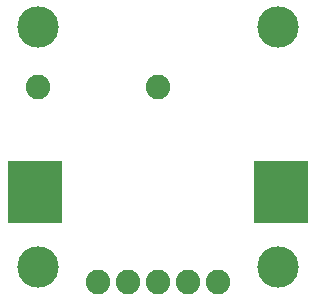
<source format=gbr>
G04 EAGLE Gerber RS-274X export*
G75*
%MOMM*%
%FSLAX34Y34*%
%LPD*%
%INSoldermask Bottom*%
%IPPOS*%
%AMOC8*
5,1,8,0,0,1.08239X$1,22.5*%
G01*
%ADD10R,4.572000X5.334000*%
%ADD11C,2.082800*%
%ADD12C,3.505200*%


D10*
X22860Y88900D03*
X231140Y88900D03*
D11*
X101600Y12700D03*
X127000Y12700D03*
X177800Y12700D03*
X76200Y12700D03*
X152400Y12700D03*
D12*
X25400Y228600D03*
X228600Y228600D03*
X228600Y25400D03*
X25400Y25400D03*
D11*
X25400Y101600D03*
X228600Y101600D03*
X25400Y177800D03*
X127000Y177800D03*
M02*

</source>
